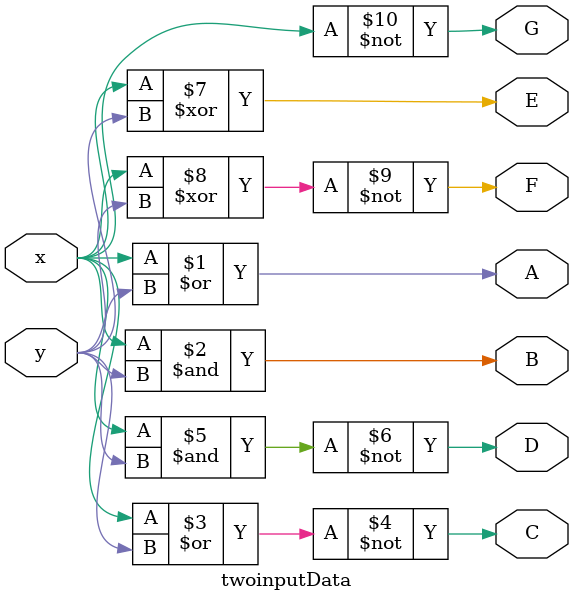
<source format=v>
module twoinputData(x,y,A,B,C,D,E,F,G);
input x,y;
output A,B,C,D,E,F,G;
assign A = x|y; //or gate
assign B = x&y; //and gate
assign C = ~(x|y); //nor gate
assign D = ~(x&y); //nand gate
assign E = x^y; //xor gate
assign F = ~(x^y); //xnor gate
assign G = ~x; //not gate
endmodule

</source>
